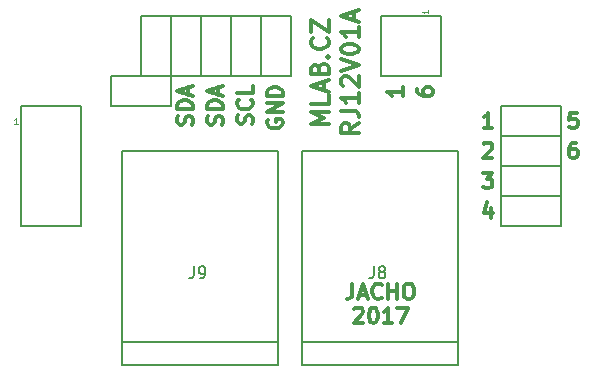
<source format=gbr>
G04 #@! TF.GenerationSoftware,KiCad,Pcbnew,no-vcs-found-7409~56~ubuntu16.04.1*
G04 #@! TF.CreationDate,2017-01-02T13:20:13+01:00*
G04 #@! TF.ProjectId,RJ12V01A,524A3132563031412E6B696361645F70,REV*
G04 #@! TF.FileFunction,Legend,Top*
G04 #@! TF.FilePolarity,Positive*
%FSLAX46Y46*%
G04 Gerber Fmt 4.6, Leading zero omitted, Abs format (unit mm)*
G04 Created by KiCad (PCBNEW no-vcs-found-7409~56~ubuntu16.04.1) date Mon Jan  2 13:20:13 2017*
%MOMM*%
%LPD*%
G01*
G04 APERTURE LIST*
%ADD10C,0.150000*%
%ADD11C,0.300000*%
%ADD12C,0.050000*%
G04 APERTURE END LIST*
D10*
D11*
X49575666Y17221904D02*
X49328047Y17221904D01*
X49204238Y17160000D01*
X49142333Y17098095D01*
X49018523Y16912380D01*
X48956619Y16664761D01*
X48956619Y16169523D01*
X49018523Y16045714D01*
X49080428Y15983809D01*
X49204238Y15921904D01*
X49451857Y15921904D01*
X49575666Y15983809D01*
X49637571Y16045714D01*
X49699476Y16169523D01*
X49699476Y16479047D01*
X49637571Y16602857D01*
X49575666Y16664761D01*
X49451857Y16726666D01*
X49204238Y16726666D01*
X49080428Y16664761D01*
X49018523Y16602857D01*
X48956619Y16479047D01*
X49637571Y19761904D02*
X49018523Y19761904D01*
X48956619Y19142857D01*
X49018523Y19204761D01*
X49142333Y19266666D01*
X49451857Y19266666D01*
X49575666Y19204761D01*
X49637571Y19142857D01*
X49699476Y19019047D01*
X49699476Y18709523D01*
X49637571Y18585714D01*
X49575666Y18523809D01*
X49451857Y18461904D01*
X49142333Y18461904D01*
X49018523Y18523809D01*
X48956619Y18585714D01*
X42359571Y11708571D02*
X42359571Y10841904D01*
X42050047Y12203809D02*
X41740523Y11275238D01*
X42545285Y11275238D01*
X41678619Y14681904D02*
X42483380Y14681904D01*
X42050047Y14186666D01*
X42235761Y14186666D01*
X42359571Y14124761D01*
X42421476Y14062857D01*
X42483380Y13939047D01*
X42483380Y13629523D01*
X42421476Y13505714D01*
X42359571Y13443809D01*
X42235761Y13381904D01*
X41864333Y13381904D01*
X41740523Y13443809D01*
X41678619Y13505714D01*
X41740523Y17098095D02*
X41802428Y17160000D01*
X41926238Y17221904D01*
X42235761Y17221904D01*
X42359571Y17160000D01*
X42421476Y17098095D01*
X42483380Y16974285D01*
X42483380Y16850476D01*
X42421476Y16664761D01*
X41678619Y15921904D01*
X42483380Y15921904D01*
X42483380Y18461904D02*
X41740523Y18461904D01*
X42111952Y18461904D02*
X42111952Y19761904D01*
X41988142Y19576190D01*
X41864333Y19452380D01*
X41740523Y19390476D01*
X36118095Y21785571D02*
X36118095Y21537952D01*
X36180000Y21414142D01*
X36241904Y21352238D01*
X36427619Y21228428D01*
X36675238Y21166523D01*
X37170476Y21166523D01*
X37294285Y21228428D01*
X37356190Y21290333D01*
X37418095Y21414142D01*
X37418095Y21661761D01*
X37356190Y21785571D01*
X37294285Y21847476D01*
X37170476Y21909380D01*
X36860952Y21909380D01*
X36737142Y21847476D01*
X36675238Y21785571D01*
X36613333Y21661761D01*
X36613333Y21414142D01*
X36675238Y21290333D01*
X36737142Y21228428D01*
X36860952Y21166523D01*
X34878095Y21909380D02*
X34878095Y21166523D01*
X34878095Y21537952D02*
X33578095Y21537952D01*
X33763809Y21414142D01*
X33887619Y21290333D01*
X33949523Y21166523D01*
X23480000Y19185571D02*
X23418095Y19061761D01*
X23418095Y18876047D01*
X23480000Y18690333D01*
X23603809Y18566523D01*
X23727619Y18504619D01*
X23975238Y18442714D01*
X24160952Y18442714D01*
X24408571Y18504619D01*
X24532380Y18566523D01*
X24656190Y18690333D01*
X24718095Y18876047D01*
X24718095Y18999857D01*
X24656190Y19185571D01*
X24594285Y19247476D01*
X24160952Y19247476D01*
X24160952Y18999857D01*
X24718095Y19804619D02*
X23418095Y19804619D01*
X24718095Y20547476D01*
X23418095Y20547476D01*
X24718095Y21166523D02*
X23418095Y21166523D01*
X23418095Y21476047D01*
X23480000Y21661761D01*
X23603809Y21785571D01*
X23727619Y21847476D01*
X23975238Y21909380D01*
X24160952Y21909380D01*
X24408571Y21847476D01*
X24532380Y21785571D01*
X24656190Y21661761D01*
X24718095Y21476047D01*
X24718095Y21166523D01*
X22116190Y18814142D02*
X22178095Y18999857D01*
X22178095Y19309380D01*
X22116190Y19433190D01*
X22054285Y19495095D01*
X21930476Y19557000D01*
X21806666Y19557000D01*
X21682857Y19495095D01*
X21620952Y19433190D01*
X21559047Y19309380D01*
X21497142Y19061761D01*
X21435238Y18937952D01*
X21373333Y18876047D01*
X21249523Y18814142D01*
X21125714Y18814142D01*
X21001904Y18876047D01*
X20940000Y18937952D01*
X20878095Y19061761D01*
X20878095Y19371285D01*
X20940000Y19557000D01*
X22054285Y20857000D02*
X22116190Y20795095D01*
X22178095Y20609380D01*
X22178095Y20485571D01*
X22116190Y20299857D01*
X21992380Y20176047D01*
X21868571Y20114142D01*
X21620952Y20052238D01*
X21435238Y20052238D01*
X21187619Y20114142D01*
X21063809Y20176047D01*
X20940000Y20299857D01*
X20878095Y20485571D01*
X20878095Y20609380D01*
X20940000Y20795095D01*
X21001904Y20857000D01*
X22178095Y22033190D02*
X22178095Y21414142D01*
X20878095Y21414142D01*
X19576190Y18752238D02*
X19638095Y18937952D01*
X19638095Y19247476D01*
X19576190Y19371285D01*
X19514285Y19433190D01*
X19390476Y19495095D01*
X19266666Y19495095D01*
X19142857Y19433190D01*
X19080952Y19371285D01*
X19019047Y19247476D01*
X18957142Y18999857D01*
X18895238Y18876047D01*
X18833333Y18814142D01*
X18709523Y18752238D01*
X18585714Y18752238D01*
X18461904Y18814142D01*
X18400000Y18876047D01*
X18338095Y18999857D01*
X18338095Y19309380D01*
X18400000Y19495095D01*
X19638095Y20052238D02*
X18338095Y20052238D01*
X18338095Y20361761D01*
X18400000Y20547476D01*
X18523809Y20671285D01*
X18647619Y20733190D01*
X18895238Y20795095D01*
X19080952Y20795095D01*
X19328571Y20733190D01*
X19452380Y20671285D01*
X19576190Y20547476D01*
X19638095Y20361761D01*
X19638095Y20052238D01*
X19266666Y21290333D02*
X19266666Y21909380D01*
X19638095Y21166523D02*
X18338095Y21599857D01*
X19638095Y22033190D01*
X17036190Y18752238D02*
X17098095Y18937952D01*
X17098095Y19247476D01*
X17036190Y19371285D01*
X16974285Y19433190D01*
X16850476Y19495095D01*
X16726666Y19495095D01*
X16602857Y19433190D01*
X16540952Y19371285D01*
X16479047Y19247476D01*
X16417142Y18999857D01*
X16355238Y18876047D01*
X16293333Y18814142D01*
X16169523Y18752238D01*
X16045714Y18752238D01*
X15921904Y18814142D01*
X15860000Y18876047D01*
X15798095Y18999857D01*
X15798095Y19309380D01*
X15860000Y19495095D01*
X17098095Y20052238D02*
X15798095Y20052238D01*
X15798095Y20361761D01*
X15860000Y20547476D01*
X15983809Y20671285D01*
X16107619Y20733190D01*
X16355238Y20795095D01*
X16540952Y20795095D01*
X16788571Y20733190D01*
X16912380Y20671285D01*
X17036190Y20547476D01*
X17098095Y20361761D01*
X17098095Y20052238D01*
X16726666Y21290333D02*
X16726666Y21909380D01*
X17098095Y21166523D02*
X15798095Y21599857D01*
X17098095Y22033190D01*
X30636666Y5283904D02*
X30636666Y4355333D01*
X30574761Y4169619D01*
X30450952Y4045809D01*
X30265238Y3983904D01*
X30141428Y3983904D01*
X31193809Y4355333D02*
X31812857Y4355333D01*
X31070000Y3983904D02*
X31503333Y5283904D01*
X31936666Y3983904D01*
X33112857Y4107714D02*
X33050952Y4045809D01*
X32865238Y3983904D01*
X32741428Y3983904D01*
X32555714Y4045809D01*
X32431904Y4169619D01*
X32370000Y4293428D01*
X32308095Y4541047D01*
X32308095Y4726761D01*
X32370000Y4974380D01*
X32431904Y5098190D01*
X32555714Y5222000D01*
X32741428Y5283904D01*
X32865238Y5283904D01*
X33050952Y5222000D01*
X33112857Y5160095D01*
X33670000Y3983904D02*
X33670000Y5283904D01*
X33670000Y4664857D02*
X34412857Y4664857D01*
X34412857Y3983904D02*
X34412857Y5283904D01*
X35279523Y5283904D02*
X35527142Y5283904D01*
X35650952Y5222000D01*
X35774761Y5098190D01*
X35836666Y4850571D01*
X35836666Y4417238D01*
X35774761Y4169619D01*
X35650952Y4045809D01*
X35527142Y3983904D01*
X35279523Y3983904D01*
X35155714Y4045809D01*
X35031904Y4169619D01*
X34970000Y4417238D01*
X34970000Y4850571D01*
X35031904Y5098190D01*
X35155714Y5222000D01*
X35279523Y5283904D01*
X28613571Y18792571D02*
X27113571Y18792571D01*
X28185000Y19292571D01*
X27113571Y19792571D01*
X28613571Y19792571D01*
X28613571Y21221142D02*
X28613571Y20506857D01*
X27113571Y20506857D01*
X28185000Y21649714D02*
X28185000Y22364000D01*
X28613571Y21506857D02*
X27113571Y22006857D01*
X28613571Y22506857D01*
X27827857Y23506857D02*
X27899285Y23721142D01*
X27970714Y23792571D01*
X28113571Y23864000D01*
X28327857Y23864000D01*
X28470714Y23792571D01*
X28542142Y23721142D01*
X28613571Y23578285D01*
X28613571Y23006857D01*
X27113571Y23006857D01*
X27113571Y23506857D01*
X27185000Y23649714D01*
X27256428Y23721142D01*
X27399285Y23792571D01*
X27542142Y23792571D01*
X27685000Y23721142D01*
X27756428Y23649714D01*
X27827857Y23506857D01*
X27827857Y23006857D01*
X28470714Y24506857D02*
X28542142Y24578285D01*
X28613571Y24506857D01*
X28542142Y24435428D01*
X28470714Y24506857D01*
X28613571Y24506857D01*
X28470714Y26078285D02*
X28542142Y26006857D01*
X28613571Y25792571D01*
X28613571Y25649714D01*
X28542142Y25435428D01*
X28399285Y25292571D01*
X28256428Y25221142D01*
X27970714Y25149714D01*
X27756428Y25149714D01*
X27470714Y25221142D01*
X27327857Y25292571D01*
X27185000Y25435428D01*
X27113571Y25649714D01*
X27113571Y25792571D01*
X27185000Y26006857D01*
X27256428Y26078285D01*
X27113571Y26578285D02*
X27113571Y27578285D01*
X28613571Y26578285D01*
X28613571Y27578285D01*
X31163571Y18863999D02*
X30449285Y18363999D01*
X31163571Y18006857D02*
X29663571Y18006857D01*
X29663571Y18578285D01*
X29735000Y18721142D01*
X29806428Y18792571D01*
X29949285Y18863999D01*
X30163571Y18863999D01*
X30306428Y18792571D01*
X30377857Y18721142D01*
X30449285Y18578285D01*
X30449285Y18006857D01*
X29663571Y19935428D02*
X30735000Y19935428D01*
X30949285Y19863999D01*
X31092142Y19721142D01*
X31163571Y19506857D01*
X31163571Y19363999D01*
X31163571Y21435428D02*
X31163571Y20578285D01*
X31163571Y21006857D02*
X29663571Y21006857D01*
X29877857Y20863999D01*
X30020714Y20721142D01*
X30092142Y20578285D01*
X29806428Y22006857D02*
X29735000Y22078285D01*
X29663571Y22221142D01*
X29663571Y22578285D01*
X29735000Y22721142D01*
X29806428Y22792571D01*
X29949285Y22863999D01*
X30092142Y22863999D01*
X30306428Y22792571D01*
X31163571Y21935428D01*
X31163571Y22863999D01*
X29663571Y23292571D02*
X31163571Y23792571D01*
X29663571Y24292571D01*
X29663571Y25078285D02*
X29663571Y25221142D01*
X29735000Y25363999D01*
X29806428Y25435428D01*
X29949285Y25506857D01*
X30235000Y25578285D01*
X30592142Y25578285D01*
X30877857Y25506857D01*
X31020714Y25435428D01*
X31092142Y25363999D01*
X31163571Y25221142D01*
X31163571Y25078285D01*
X31092142Y24935428D01*
X31020714Y24863999D01*
X30877857Y24792571D01*
X30592142Y24721142D01*
X30235000Y24721142D01*
X29949285Y24792571D01*
X29806428Y24863999D01*
X29735000Y24935428D01*
X29663571Y25078285D01*
X31163571Y27006857D02*
X31163571Y26149714D01*
X31163571Y26578285D02*
X29663571Y26578285D01*
X29877857Y26435428D01*
X30020714Y26292571D01*
X30092142Y26149714D01*
X30735000Y27578285D02*
X30735000Y28292571D01*
X31163571Y27435428D02*
X29663571Y27935428D01*
X31163571Y28435428D01*
X30791428Y3128095D02*
X30853333Y3190000D01*
X30977142Y3251904D01*
X31286666Y3251904D01*
X31410476Y3190000D01*
X31472380Y3128095D01*
X31534285Y3004285D01*
X31534285Y2880476D01*
X31472380Y2694761D01*
X30729523Y1951904D01*
X31534285Y1951904D01*
X32339047Y3251904D02*
X32462857Y3251904D01*
X32586666Y3190000D01*
X32648571Y3128095D01*
X32710476Y3004285D01*
X32772380Y2756666D01*
X32772380Y2447142D01*
X32710476Y2199523D01*
X32648571Y2075714D01*
X32586666Y2013809D01*
X32462857Y1951904D01*
X32339047Y1951904D01*
X32215238Y2013809D01*
X32153333Y2075714D01*
X32091428Y2199523D01*
X32029523Y2447142D01*
X32029523Y2756666D01*
X32091428Y3004285D01*
X32153333Y3128095D01*
X32215238Y3190000D01*
X32339047Y3251904D01*
X34010476Y1951904D02*
X33267619Y1951904D01*
X33639047Y1951904D02*
X33639047Y3251904D01*
X33515238Y3066190D01*
X33391428Y2942380D01*
X33267619Y2880476D01*
X34443809Y3251904D02*
X35310476Y3251904D01*
X34753333Y1951904D01*
D10*
X12700000Y22860000D02*
X12700000Y27940000D01*
X12700000Y27940000D02*
X15240000Y27940000D01*
X15240000Y27940000D02*
X15240000Y22860000D01*
X15240000Y22860000D02*
X12700000Y22860000D01*
X15240000Y22860000D02*
X15240000Y27940000D01*
X15240000Y27940000D02*
X17780000Y27940000D01*
X17780000Y27940000D02*
X17780000Y22860000D01*
X17780000Y22860000D02*
X15240000Y22860000D01*
X20320000Y22860000D02*
X17780000Y22860000D01*
X20320000Y27940000D02*
X20320000Y22860000D01*
X17780000Y27940000D02*
X20320000Y27940000D01*
X17780000Y22860000D02*
X17780000Y27940000D01*
X20320000Y22860000D02*
X20320000Y27940000D01*
X20320000Y27940000D02*
X22860000Y27940000D01*
X22860000Y27940000D02*
X22860000Y22860000D01*
X22860000Y22860000D02*
X20320000Y22860000D01*
X25400000Y22860000D02*
X22860000Y22860000D01*
X25400000Y27940000D02*
X25400000Y22860000D01*
X22860000Y27940000D02*
X25400000Y27940000D01*
X22860000Y22860000D02*
X22860000Y27940000D01*
X38100000Y27940000D02*
X38100000Y22860000D01*
X38100000Y22860000D02*
X33020000Y22860000D01*
X33020000Y22860000D02*
X33020000Y27940000D01*
X33020000Y27940000D02*
X38100000Y27940000D01*
X10160000Y20320000D02*
X10160000Y22860000D01*
X15240000Y20320000D02*
X10160000Y20320000D01*
X15240000Y22860000D02*
X15240000Y20320000D01*
X10160000Y22860000D02*
X15240000Y22860000D01*
X48260000Y17780000D02*
X43180000Y17780000D01*
X43180000Y17780000D02*
X43180000Y20320000D01*
X43180000Y20320000D02*
X48260000Y20320000D01*
X48260000Y20320000D02*
X48260000Y17780000D01*
X48260000Y15240000D02*
X43180000Y15240000D01*
X43180000Y15240000D02*
X43180000Y17780000D01*
X43180000Y17780000D02*
X48260000Y17780000D01*
X48260000Y17780000D02*
X48260000Y15240000D01*
X26369200Y386500D02*
X39569200Y386500D01*
X26369200Y-1613500D02*
X26369200Y16486500D01*
X26369200Y-1613500D02*
X39569200Y-1613500D01*
X39569200Y-1613500D02*
X39569200Y16486500D01*
X26369200Y16486500D02*
X39569200Y16486500D01*
X11129200Y16486500D02*
X24329200Y16486500D01*
X24329200Y-1613500D02*
X24329200Y16486500D01*
X11129200Y-1613500D02*
X24329200Y-1613500D01*
X11129200Y-1613500D02*
X11129200Y16486500D01*
X11129200Y386500D02*
X24329200Y386500D01*
X48260000Y15240000D02*
X48260000Y12700000D01*
X43180000Y15240000D02*
X48260000Y15240000D01*
X43180000Y12700000D02*
X43180000Y15240000D01*
X48260000Y12700000D02*
X43180000Y12700000D01*
X48260000Y10160000D02*
X43180000Y10160000D01*
X43180000Y10160000D02*
X43180000Y12700000D01*
X43180000Y12700000D02*
X48260000Y12700000D01*
X48260000Y12700000D02*
X48260000Y10160000D01*
X2540000Y10160000D02*
X2540000Y20320000D01*
X7620000Y10160000D02*
X2540000Y10160000D01*
X7620000Y20320000D02*
X7620000Y10160000D01*
X2540000Y20320000D02*
X7620000Y20320000D01*
D12*
X37056190Y28463857D02*
X37056190Y28178142D01*
X37056190Y28321000D02*
X36556190Y28321000D01*
X36627619Y28273380D01*
X36675238Y28225761D01*
X36699047Y28178142D01*
D10*
X32432666Y6745219D02*
X32432666Y6030933D01*
X32385047Y5888076D01*
X32289809Y5792838D01*
X32146952Y5745219D01*
X32051714Y5745219D01*
X33051714Y6316647D02*
X32956476Y6364266D01*
X32908857Y6411885D01*
X32861238Y6507123D01*
X32861238Y6554742D01*
X32908857Y6649980D01*
X32956476Y6697600D01*
X33051714Y6745219D01*
X33242190Y6745219D01*
X33337428Y6697600D01*
X33385047Y6649980D01*
X33432666Y6554742D01*
X33432666Y6507123D01*
X33385047Y6411885D01*
X33337428Y6364266D01*
X33242190Y6316647D01*
X33051714Y6316647D01*
X32956476Y6269028D01*
X32908857Y6221409D01*
X32861238Y6126171D01*
X32861238Y5935695D01*
X32908857Y5840457D01*
X32956476Y5792838D01*
X33051714Y5745219D01*
X33242190Y5745219D01*
X33337428Y5792838D01*
X33385047Y5840457D01*
X33432666Y5935695D01*
X33432666Y6126171D01*
X33385047Y6221409D01*
X33337428Y6269028D01*
X33242190Y6316647D01*
X17192666Y6745219D02*
X17192666Y6030933D01*
X17145047Y5888076D01*
X17049809Y5792838D01*
X16906952Y5745219D01*
X16811714Y5745219D01*
X17716476Y5745219D02*
X17906952Y5745219D01*
X18002190Y5792838D01*
X18049809Y5840457D01*
X18145047Y5983314D01*
X18192666Y6173790D01*
X18192666Y6554742D01*
X18145047Y6649980D01*
X18097428Y6697600D01*
X18002190Y6745219D01*
X17811714Y6745219D01*
X17716476Y6697600D01*
X17668857Y6649980D01*
X17621238Y6554742D01*
X17621238Y6316647D01*
X17668857Y6221409D01*
X17716476Y6173790D01*
X17811714Y6126171D01*
X18002190Y6126171D01*
X18097428Y6173790D01*
X18145047Y6221409D01*
X18192666Y6316647D01*
D12*
X2301857Y18823809D02*
X2016142Y18823809D01*
X2159000Y18823809D02*
X2159000Y19323809D01*
X2111380Y19252380D01*
X2063761Y19204761D01*
X2016142Y19180952D01*
M02*

</source>
